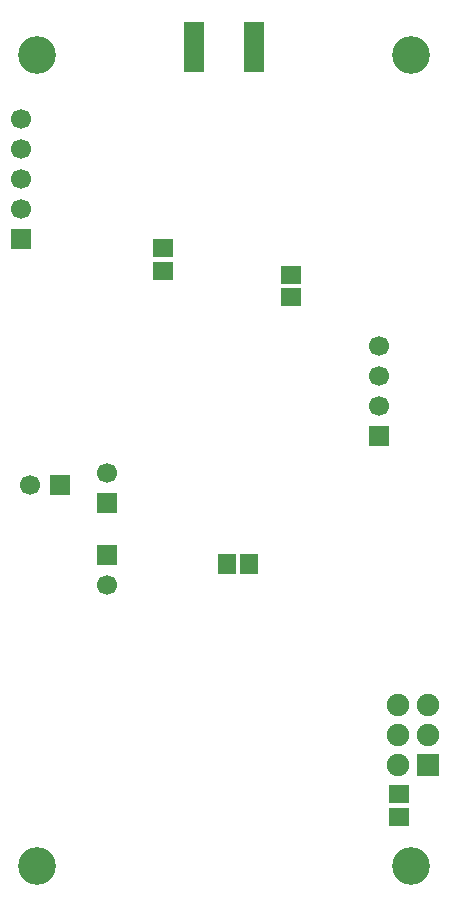
<source format=gbr>
G04 DipTrace 3.0.0.2*
G04 BottomMask.gbr*
%MOIN*%
G04 #@! TF.FileFunction,Soldermask,Bot*
G04 #@! TF.Part,Single*
%ADD36R,0.074803X0.074803*%
%ADD39R,0.066929X0.066929*%
%ADD40C,0.066929*%
%ADD65C,0.125984*%
%ADD88R,0.067717X0.167717*%
%ADD102C,0.074803*%
%ADD116R,0.066929X0.059055*%
%ADD118R,0.059055X0.066929*%
%FSLAX26Y26*%
G04*
G70*
G90*
G75*
G01*
G04 BotMask*
%LPD*%
D118*
X1149344Y1525328D3*
X1224147D3*
D116*
X1364811Y2491201D3*
Y2416398D3*
X937811Y2578701D3*
Y2503898D3*
D65*
X1765192Y3221871D3*
X518285Y3221860D3*
X518241Y518241D3*
X1765134Y518299D3*
D39*
X749606Y1556562D3*
D40*
Y1456562D3*
D39*
X594751Y1789370D3*
D40*
X494751D3*
D36*
X1820041Y855512D3*
D102*
X1720041D3*
X1820041Y955512D3*
X1720041D3*
X1820041Y1055512D3*
X1720041D3*
D39*
X750656Y1728609D3*
D40*
Y1828609D3*
D39*
X463517Y2609318D3*
D40*
Y2709318D3*
Y2809318D3*
Y2909318D3*
Y3009318D3*
D39*
X1659186Y1954199D3*
D40*
Y2054199D3*
Y2154199D3*
Y2254199D3*
D116*
X1724672Y683465D3*
Y758268D3*
D88*
X1040551Y3249344D3*
X1240945Y3251312D3*
M02*

</source>
